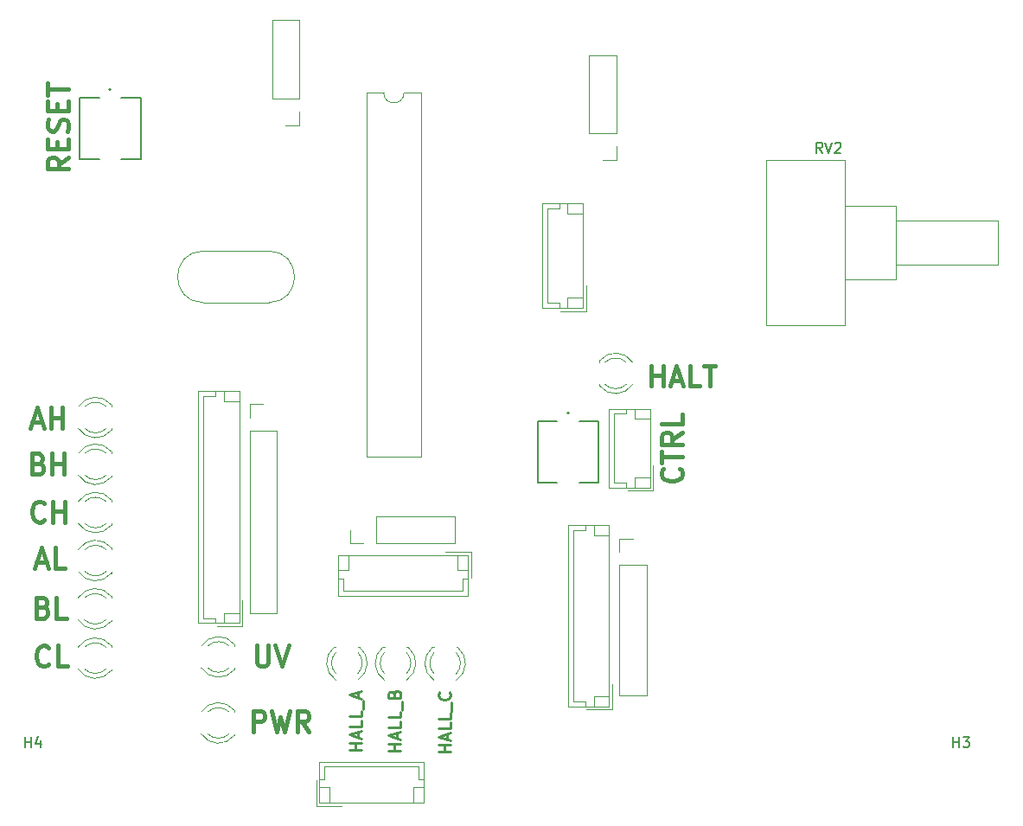
<source format=gbr>
%TF.GenerationSoftware,KiCad,Pcbnew,9.0.0*%
%TF.CreationDate,2025-06-16T14:41:11+03:00*%
%TF.ProjectId,ThorDrive_HW,54686f72-4472-4697-9665-5f48572e6b69,rev?*%
%TF.SameCoordinates,PX16c095cPY63de680*%
%TF.FileFunction,Legend,Top*%
%TF.FilePolarity,Positive*%
%FSLAX46Y46*%
G04 Gerber Fmt 4.6, Leading zero omitted, Abs format (unit mm)*
G04 Created by KiCad (PCBNEW 9.0.0) date 2025-06-16 14:41:11*
%MOMM*%
%LPD*%
G01*
G04 APERTURE LIST*
%ADD10C,0.400000*%
%ADD11C,0.150000*%
%ADD12C,0.240000*%
%ADD13C,0.120000*%
%ADD14C,0.127000*%
%ADD15C,0.200000*%
G04 APERTURE END LIST*
D10*
X67313961Y34807619D02*
X67409200Y34712381D01*
X67409200Y34712381D02*
X67504438Y34426667D01*
X67504438Y34426667D02*
X67504438Y34236191D01*
X67504438Y34236191D02*
X67409200Y33950476D01*
X67409200Y33950476D02*
X67218723Y33760000D01*
X67218723Y33760000D02*
X67028247Y33664762D01*
X67028247Y33664762D02*
X66647295Y33569524D01*
X66647295Y33569524D02*
X66361580Y33569524D01*
X66361580Y33569524D02*
X65980628Y33664762D01*
X65980628Y33664762D02*
X65790152Y33760000D01*
X65790152Y33760000D02*
X65599676Y33950476D01*
X65599676Y33950476D02*
X65504438Y34236191D01*
X65504438Y34236191D02*
X65504438Y34426667D01*
X65504438Y34426667D02*
X65599676Y34712381D01*
X65599676Y34712381D02*
X65694914Y34807619D01*
X65504438Y35379048D02*
X65504438Y36521905D01*
X67504438Y35950476D02*
X65504438Y35950476D01*
X67504438Y38331429D02*
X66552057Y37664762D01*
X67504438Y37188572D02*
X65504438Y37188572D01*
X65504438Y37188572D02*
X65504438Y37950477D01*
X65504438Y37950477D02*
X65599676Y38140953D01*
X65599676Y38140953D02*
X65694914Y38236191D01*
X65694914Y38236191D02*
X65885390Y38331429D01*
X65885390Y38331429D02*
X66171104Y38331429D01*
X66171104Y38331429D02*
X66361580Y38236191D01*
X66361580Y38236191D02*
X66456819Y38140953D01*
X66456819Y38140953D02*
X66552057Y37950477D01*
X66552057Y37950477D02*
X66552057Y37188572D01*
X67504438Y40140953D02*
X67504438Y39188572D01*
X67504438Y39188572D02*
X65504438Y39188572D01*
D11*
X3188095Y7555181D02*
X3188095Y8555181D01*
X3188095Y8078991D02*
X3759523Y8078991D01*
X3759523Y7555181D02*
X3759523Y8555181D01*
X4664285Y8221848D02*
X4664285Y7555181D01*
X4426190Y8602800D02*
X4188095Y7888515D01*
X4188095Y7888515D02*
X4807142Y7888515D01*
X94063095Y7530181D02*
X94063095Y8530181D01*
X94063095Y8053991D02*
X94634523Y8053991D01*
X94634523Y7530181D02*
X94634523Y8530181D01*
X95015476Y8530181D02*
X95634523Y8530181D01*
X95634523Y8530181D02*
X95301190Y8149229D01*
X95301190Y8149229D02*
X95444047Y8149229D01*
X95444047Y8149229D02*
X95539285Y8101610D01*
X95539285Y8101610D02*
X95586904Y8053991D01*
X95586904Y8053991D02*
X95634523Y7958753D01*
X95634523Y7958753D02*
X95634523Y7720658D01*
X95634523Y7720658D02*
X95586904Y7625420D01*
X95586904Y7625420D02*
X95539285Y7577800D01*
X95539285Y7577800D02*
X95444047Y7530181D01*
X95444047Y7530181D02*
X95158333Y7530181D01*
X95158333Y7530181D02*
X95063095Y7577800D01*
X95063095Y7577800D02*
X95015476Y7625420D01*
D10*
X3876190Y39351991D02*
X4828571Y39351991D01*
X3685714Y38780562D02*
X4352380Y40780562D01*
X4352380Y40780562D02*
X5019047Y38780562D01*
X5685714Y38780562D02*
X5685714Y40780562D01*
X5685714Y39828181D02*
X6828571Y39828181D01*
X6828571Y38780562D02*
X6828571Y40780562D01*
X64499999Y42880562D02*
X64499999Y44880562D01*
X64499999Y43928181D02*
X65642856Y43928181D01*
X65642856Y42880562D02*
X65642856Y44880562D01*
X66499999Y43451991D02*
X67452380Y43451991D01*
X66309523Y42880562D02*
X66976189Y44880562D01*
X66976189Y44880562D02*
X67642856Y42880562D01*
X69261904Y42880562D02*
X68309523Y42880562D01*
X68309523Y42880562D02*
X68309523Y44880562D01*
X69642857Y44880562D02*
X70785714Y44880562D01*
X70214285Y42880562D02*
X70214285Y44880562D01*
D11*
X81254761Y65730181D02*
X80921428Y66206372D01*
X80683333Y65730181D02*
X80683333Y66730181D01*
X80683333Y66730181D02*
X81064285Y66730181D01*
X81064285Y66730181D02*
X81159523Y66682562D01*
X81159523Y66682562D02*
X81207142Y66634943D01*
X81207142Y66634943D02*
X81254761Y66539705D01*
X81254761Y66539705D02*
X81254761Y66396848D01*
X81254761Y66396848D02*
X81207142Y66301610D01*
X81207142Y66301610D02*
X81159523Y66253991D01*
X81159523Y66253991D02*
X81064285Y66206372D01*
X81064285Y66206372D02*
X80683333Y66206372D01*
X81540476Y66730181D02*
X81873809Y65730181D01*
X81873809Y65730181D02*
X82207142Y66730181D01*
X82492857Y66634943D02*
X82540476Y66682562D01*
X82540476Y66682562D02*
X82635714Y66730181D01*
X82635714Y66730181D02*
X82873809Y66730181D01*
X82873809Y66730181D02*
X82969047Y66682562D01*
X82969047Y66682562D02*
X83016666Y66634943D01*
X83016666Y66634943D02*
X83064285Y66539705D01*
X83064285Y66539705D02*
X83064285Y66444467D01*
X83064285Y66444467D02*
X83016666Y66301610D01*
X83016666Y66301610D02*
X82445238Y65730181D01*
X82445238Y65730181D02*
X83064285Y65730181D01*
D10*
X25871428Y17480562D02*
X25871428Y15861515D01*
X25871428Y15861515D02*
X25966666Y15671039D01*
X25966666Y15671039D02*
X26061904Y15575800D01*
X26061904Y15575800D02*
X26252380Y15480562D01*
X26252380Y15480562D02*
X26633333Y15480562D01*
X26633333Y15480562D02*
X26823809Y15575800D01*
X26823809Y15575800D02*
X26919047Y15671039D01*
X26919047Y15671039D02*
X27014285Y15861515D01*
X27014285Y15861515D02*
X27014285Y17480562D01*
X27680952Y17480562D02*
X28347618Y15480562D01*
X28347618Y15480562D02*
X29014285Y17480562D01*
X4933333Y21228181D02*
X5219047Y21132943D01*
X5219047Y21132943D02*
X5314285Y21037705D01*
X5314285Y21037705D02*
X5409523Y20847229D01*
X5409523Y20847229D02*
X5409523Y20561515D01*
X5409523Y20561515D02*
X5314285Y20371039D01*
X5314285Y20371039D02*
X5219047Y20275800D01*
X5219047Y20275800D02*
X5028571Y20180562D01*
X5028571Y20180562D02*
X4266666Y20180562D01*
X4266666Y20180562D02*
X4266666Y22180562D01*
X4266666Y22180562D02*
X4933333Y22180562D01*
X4933333Y22180562D02*
X5123809Y22085324D01*
X5123809Y22085324D02*
X5219047Y21990086D01*
X5219047Y21990086D02*
X5314285Y21799610D01*
X5314285Y21799610D02*
X5314285Y21609134D01*
X5314285Y21609134D02*
X5219047Y21418658D01*
X5219047Y21418658D02*
X5123809Y21323420D01*
X5123809Y21323420D02*
X4933333Y21228181D01*
X4933333Y21228181D02*
X4266666Y21228181D01*
X7219047Y20180562D02*
X6266666Y20180562D01*
X6266666Y20180562D02*
X6266666Y22180562D01*
X5071428Y29771039D02*
X4976190Y29675800D01*
X4976190Y29675800D02*
X4690476Y29580562D01*
X4690476Y29580562D02*
X4500000Y29580562D01*
X4500000Y29580562D02*
X4214285Y29675800D01*
X4214285Y29675800D02*
X4023809Y29866277D01*
X4023809Y29866277D02*
X3928571Y30056753D01*
X3928571Y30056753D02*
X3833333Y30437705D01*
X3833333Y30437705D02*
X3833333Y30723420D01*
X3833333Y30723420D02*
X3928571Y31104372D01*
X3928571Y31104372D02*
X4023809Y31294848D01*
X4023809Y31294848D02*
X4214285Y31485324D01*
X4214285Y31485324D02*
X4500000Y31580562D01*
X4500000Y31580562D02*
X4690476Y31580562D01*
X4690476Y31580562D02*
X4976190Y31485324D01*
X4976190Y31485324D02*
X5071428Y31390086D01*
X5928571Y29580562D02*
X5928571Y31580562D01*
X5928571Y30628181D02*
X7071428Y30628181D01*
X7071428Y29580562D02*
X7071428Y31580562D01*
X4495238Y35328181D02*
X4780952Y35232943D01*
X4780952Y35232943D02*
X4876190Y35137705D01*
X4876190Y35137705D02*
X4971428Y34947229D01*
X4971428Y34947229D02*
X4971428Y34661515D01*
X4971428Y34661515D02*
X4876190Y34471039D01*
X4876190Y34471039D02*
X4780952Y34375800D01*
X4780952Y34375800D02*
X4590476Y34280562D01*
X4590476Y34280562D02*
X3828571Y34280562D01*
X3828571Y34280562D02*
X3828571Y36280562D01*
X3828571Y36280562D02*
X4495238Y36280562D01*
X4495238Y36280562D02*
X4685714Y36185324D01*
X4685714Y36185324D02*
X4780952Y36090086D01*
X4780952Y36090086D02*
X4876190Y35899610D01*
X4876190Y35899610D02*
X4876190Y35709134D01*
X4876190Y35709134D02*
X4780952Y35518658D01*
X4780952Y35518658D02*
X4685714Y35423420D01*
X4685714Y35423420D02*
X4495238Y35328181D01*
X4495238Y35328181D02*
X3828571Y35328181D01*
X5828571Y34280562D02*
X5828571Y36280562D01*
X5828571Y35328181D02*
X6971428Y35328181D01*
X6971428Y34280562D02*
X6971428Y36280562D01*
X4314285Y25651991D02*
X5266666Y25651991D01*
X4123809Y25080562D02*
X4790475Y27080562D01*
X4790475Y27080562D02*
X5457142Y25080562D01*
X7076190Y25080562D02*
X6123809Y25080562D01*
X6123809Y25080562D02*
X6123809Y27080562D01*
X5509523Y15671039D02*
X5414285Y15575800D01*
X5414285Y15575800D02*
X5128571Y15480562D01*
X5128571Y15480562D02*
X4938095Y15480562D01*
X4938095Y15480562D02*
X4652380Y15575800D01*
X4652380Y15575800D02*
X4461904Y15766277D01*
X4461904Y15766277D02*
X4366666Y15956753D01*
X4366666Y15956753D02*
X4271428Y16337705D01*
X4271428Y16337705D02*
X4271428Y16623420D01*
X4271428Y16623420D02*
X4366666Y17004372D01*
X4366666Y17004372D02*
X4461904Y17194848D01*
X4461904Y17194848D02*
X4652380Y17385324D01*
X4652380Y17385324D02*
X4938095Y17480562D01*
X4938095Y17480562D02*
X5128571Y17480562D01*
X5128571Y17480562D02*
X5414285Y17385324D01*
X5414285Y17385324D02*
X5509523Y17290086D01*
X7319047Y15480562D02*
X6366666Y15480562D01*
X6366666Y15480562D02*
X6366666Y17480562D01*
X7404438Y65280238D02*
X6452057Y64613571D01*
X7404438Y64137381D02*
X5404438Y64137381D01*
X5404438Y64137381D02*
X5404438Y64899286D01*
X5404438Y64899286D02*
X5499676Y65089762D01*
X5499676Y65089762D02*
X5594914Y65185000D01*
X5594914Y65185000D02*
X5785390Y65280238D01*
X5785390Y65280238D02*
X6071104Y65280238D01*
X6071104Y65280238D02*
X6261580Y65185000D01*
X6261580Y65185000D02*
X6356819Y65089762D01*
X6356819Y65089762D02*
X6452057Y64899286D01*
X6452057Y64899286D02*
X6452057Y64137381D01*
X6356819Y66137381D02*
X6356819Y66804048D01*
X7404438Y67089762D02*
X7404438Y66137381D01*
X7404438Y66137381D02*
X5404438Y66137381D01*
X5404438Y66137381D02*
X5404438Y67089762D01*
X7309200Y67851667D02*
X7404438Y68137381D01*
X7404438Y68137381D02*
X7404438Y68613572D01*
X7404438Y68613572D02*
X7309200Y68804048D01*
X7309200Y68804048D02*
X7213961Y68899286D01*
X7213961Y68899286D02*
X7023485Y68994524D01*
X7023485Y68994524D02*
X6833009Y68994524D01*
X6833009Y68994524D02*
X6642533Y68899286D01*
X6642533Y68899286D02*
X6547295Y68804048D01*
X6547295Y68804048D02*
X6452057Y68613572D01*
X6452057Y68613572D02*
X6356819Y68232619D01*
X6356819Y68232619D02*
X6261580Y68042143D01*
X6261580Y68042143D02*
X6166342Y67946905D01*
X6166342Y67946905D02*
X5975866Y67851667D01*
X5975866Y67851667D02*
X5785390Y67851667D01*
X5785390Y67851667D02*
X5594914Y67946905D01*
X5594914Y67946905D02*
X5499676Y68042143D01*
X5499676Y68042143D02*
X5404438Y68232619D01*
X5404438Y68232619D02*
X5404438Y68708810D01*
X5404438Y68708810D02*
X5499676Y68994524D01*
X6356819Y69851667D02*
X6356819Y70518334D01*
X7404438Y70804048D02*
X7404438Y69851667D01*
X7404438Y69851667D02*
X5404438Y69851667D01*
X5404438Y69851667D02*
X5404438Y70804048D01*
X5404438Y71375477D02*
X5404438Y72518334D01*
X7404438Y71946905D02*
X5404438Y71946905D01*
X25533333Y9080562D02*
X25533333Y11080562D01*
X25533333Y11080562D02*
X26295238Y11080562D01*
X26295238Y11080562D02*
X26485714Y10985324D01*
X26485714Y10985324D02*
X26580952Y10890086D01*
X26580952Y10890086D02*
X26676190Y10699610D01*
X26676190Y10699610D02*
X26676190Y10413896D01*
X26676190Y10413896D02*
X26580952Y10223420D01*
X26580952Y10223420D02*
X26485714Y10128181D01*
X26485714Y10128181D02*
X26295238Y10032943D01*
X26295238Y10032943D02*
X25533333Y10032943D01*
X27342857Y11080562D02*
X27819047Y9080562D01*
X27819047Y9080562D02*
X28200000Y10509134D01*
X28200000Y10509134D02*
X28580952Y9080562D01*
X28580952Y9080562D02*
X29057143Y11080562D01*
X30961904Y9080562D02*
X30295237Y10032943D01*
X29819047Y9080562D02*
X29819047Y11080562D01*
X29819047Y11080562D02*
X30580952Y11080562D01*
X30580952Y11080562D02*
X30771428Y10985324D01*
X30771428Y10985324D02*
X30866666Y10890086D01*
X30866666Y10890086D02*
X30961904Y10699610D01*
X30961904Y10699610D02*
X30961904Y10413896D01*
X30961904Y10413896D02*
X30866666Y10223420D01*
X30866666Y10223420D02*
X30771428Y10128181D01*
X30771428Y10128181D02*
X30580952Y10032943D01*
X30580952Y10032943D02*
X29819047Y10032943D01*
D12*
X39942662Y7199286D02*
X38742662Y7199286D01*
X39314091Y7199286D02*
X39314091Y7885000D01*
X39942662Y7885000D02*
X38742662Y7885000D01*
X39599805Y8399286D02*
X39599805Y8970714D01*
X39942662Y8285000D02*
X38742662Y8685000D01*
X38742662Y8685000D02*
X39942662Y9085000D01*
X39942662Y10056428D02*
X39942662Y9485000D01*
X39942662Y9485000D02*
X38742662Y9485000D01*
X39942662Y11027857D02*
X39942662Y10456429D01*
X39942662Y10456429D02*
X38742662Y10456429D01*
X40056948Y11142143D02*
X40056948Y12056429D01*
X39314091Y12742144D02*
X39371234Y12913572D01*
X39371234Y12913572D02*
X39428377Y12970715D01*
X39428377Y12970715D02*
X39542662Y13027858D01*
X39542662Y13027858D02*
X39714091Y13027858D01*
X39714091Y13027858D02*
X39828377Y12970715D01*
X39828377Y12970715D02*
X39885520Y12913572D01*
X39885520Y12913572D02*
X39942662Y12799287D01*
X39942662Y12799287D02*
X39942662Y12342144D01*
X39942662Y12342144D02*
X38742662Y12342144D01*
X38742662Y12342144D02*
X38742662Y12742144D01*
X38742662Y12742144D02*
X38799805Y12856429D01*
X38799805Y12856429D02*
X38856948Y12913572D01*
X38856948Y12913572D02*
X38971234Y12970715D01*
X38971234Y12970715D02*
X39085520Y12970715D01*
X39085520Y12970715D02*
X39199805Y12913572D01*
X39199805Y12913572D02*
X39256948Y12856429D01*
X39256948Y12856429D02*
X39314091Y12742144D01*
X39314091Y12742144D02*
X39314091Y12342144D01*
X44842662Y7099286D02*
X43642662Y7099286D01*
X44214091Y7099286D02*
X44214091Y7785000D01*
X44842662Y7785000D02*
X43642662Y7785000D01*
X44499805Y8299286D02*
X44499805Y8870714D01*
X44842662Y8185000D02*
X43642662Y8585000D01*
X43642662Y8585000D02*
X44842662Y8985000D01*
X44842662Y9956428D02*
X44842662Y9385000D01*
X44842662Y9385000D02*
X43642662Y9385000D01*
X44842662Y10927857D02*
X44842662Y10356429D01*
X44842662Y10356429D02*
X43642662Y10356429D01*
X44956948Y11042143D02*
X44956948Y11956429D01*
X44728377Y12927858D02*
X44785520Y12870715D01*
X44785520Y12870715D02*
X44842662Y12699287D01*
X44842662Y12699287D02*
X44842662Y12585001D01*
X44842662Y12585001D02*
X44785520Y12413572D01*
X44785520Y12413572D02*
X44671234Y12299287D01*
X44671234Y12299287D02*
X44556948Y12242144D01*
X44556948Y12242144D02*
X44328377Y12185001D01*
X44328377Y12185001D02*
X44156948Y12185001D01*
X44156948Y12185001D02*
X43928377Y12242144D01*
X43928377Y12242144D02*
X43814091Y12299287D01*
X43814091Y12299287D02*
X43699805Y12413572D01*
X43699805Y12413572D02*
X43642662Y12585001D01*
X43642662Y12585001D02*
X43642662Y12699287D01*
X43642662Y12699287D02*
X43699805Y12870715D01*
X43699805Y12870715D02*
X43756948Y12927858D01*
X36142662Y7285001D02*
X34942662Y7285001D01*
X35514091Y7285001D02*
X35514091Y7970715D01*
X36142662Y7970715D02*
X34942662Y7970715D01*
X35799805Y8485001D02*
X35799805Y9056429D01*
X36142662Y8370715D02*
X34942662Y8770715D01*
X34942662Y8770715D02*
X36142662Y9170715D01*
X36142662Y10142143D02*
X36142662Y9570715D01*
X36142662Y9570715D02*
X34942662Y9570715D01*
X36142662Y11113572D02*
X36142662Y10542144D01*
X36142662Y10542144D02*
X34942662Y10542144D01*
X36256948Y11227858D02*
X36256948Y12142144D01*
X35799805Y12370716D02*
X35799805Y12942144D01*
X36142662Y12256430D02*
X34942662Y12656430D01*
X34942662Y12656430D02*
X36142662Y13056430D01*
D13*
%TO.C,J13*%
X62160000Y32650000D02*
X64660000Y32650000D01*
X64660000Y32650000D02*
X64660000Y35150000D01*
X60340000Y32950000D02*
X64360000Y32950000D01*
X62050000Y32950000D02*
X62050000Y33450000D01*
X62860000Y32950000D02*
X62860000Y33950000D01*
X64360000Y32950000D02*
X64360000Y40670000D01*
X60840000Y33450000D02*
X60840000Y40170000D01*
X62050000Y33450000D02*
X60840000Y33450000D01*
X62860000Y33950000D02*
X64360000Y33950000D01*
X62860000Y39670000D02*
X64360000Y39670000D01*
X60840000Y40170000D02*
X62050000Y40170000D01*
X62050000Y40170000D02*
X62050000Y40670000D01*
X60340000Y40670000D02*
X60340000Y32950000D01*
X62860000Y40670000D02*
X62860000Y39670000D01*
X64360000Y40670000D02*
X60340000Y40670000D01*
D14*
%TO.C,SW3*%
X59350000Y39449500D02*
X59350000Y33449500D01*
X57425000Y39449500D02*
X59350000Y39449500D01*
X53350000Y39449500D02*
X55275000Y39449500D01*
X59350000Y33449500D02*
X57425000Y33449500D01*
X55275000Y33449500D02*
X53350000Y33449500D01*
X53350000Y33449500D02*
X53350000Y39449500D01*
D15*
X56450000Y40249500D02*
G75*
G02*
X56250000Y40249500I-100000J0D01*
G01*
X56250000Y40249500D02*
G75*
G02*
X56450000Y40249500I100000J0D01*
G01*
D13*
%TO.C,J4*%
X21952500Y19385000D02*
X24452500Y19385000D01*
X24452500Y19385000D02*
X24452500Y21885000D01*
X20132500Y19685000D02*
X24152500Y19685000D01*
X21842500Y19685000D02*
X21842500Y20185000D01*
X22652500Y19685000D02*
X22652500Y20685000D01*
X24152500Y19685000D02*
X24152500Y42405000D01*
X20632500Y20185000D02*
X20632500Y41905000D01*
X21842500Y20185000D02*
X20632500Y20185000D01*
X22652500Y20685000D02*
X24152500Y20685000D01*
X22652500Y41405000D02*
X24152500Y41405000D01*
X20632500Y41905000D02*
X21842500Y41905000D01*
X21842500Y41905000D02*
X21842500Y42405000D01*
X20132500Y42405000D02*
X20132500Y19685000D01*
X22652500Y42405000D02*
X22652500Y41405000D01*
X24152500Y42405000D02*
X20132500Y42405000D01*
%TO.C,D7*%
X11640000Y38574000D02*
X11640000Y38730000D01*
X11640000Y40890000D02*
X11640000Y41046000D01*
X11640000Y38574484D02*
G75*
G02*
X8408603Y38729939I-1560000J1235516D01*
G01*
X11120961Y38730000D02*
G75*
G02*
X9039090Y38729951I-1040961J1080000D01*
G01*
X9039090Y40890049D02*
G75*
G02*
X11120961Y40890000I1040910J-1080049D01*
G01*
X8408603Y40890061D02*
G75*
G02*
X11640000Y41045516I1671397J-1080061D01*
G01*
%TO.C,D1*%
X62671397Y43054939D02*
G75*
G02*
X59440000Y42899484I-1671397J1080061D01*
G01*
X62040910Y43054951D02*
G75*
G02*
X59959039Y43055000I-1040910J1080049D01*
G01*
X59959039Y45215000D02*
G75*
G02*
X62040910Y45215049I1040961J-1080000D01*
G01*
X59440000Y45370516D02*
G75*
G02*
X62671397Y45215061I1560000J-1235516D01*
G01*
X59440000Y43055000D02*
X59440000Y42899000D01*
X59440000Y45371000D02*
X59440000Y45215000D01*
%TO.C,J10*%
X57810000Y60745000D02*
X53790000Y60745000D01*
X56310000Y60745000D02*
X56310000Y59745000D01*
X53790000Y60745000D02*
X53790000Y50525000D01*
X55500000Y60245000D02*
X55500000Y60745000D01*
X54290000Y60245000D02*
X55500000Y60245000D01*
X56310000Y59745000D02*
X57810000Y59745000D01*
X56310000Y51525000D02*
X57810000Y51525000D01*
X55500000Y51025000D02*
X54290000Y51025000D01*
X54290000Y51025000D02*
X54290000Y60245000D01*
X57810000Y50525000D02*
X57810000Y60745000D01*
X56310000Y50525000D02*
X56310000Y51525000D01*
X55500000Y50525000D02*
X55500000Y51025000D01*
X53790000Y50525000D02*
X57810000Y50525000D01*
X58110000Y50225000D02*
X58110000Y52725000D01*
X55610000Y50225000D02*
X58110000Y50225000D01*
%TO.C,RV2*%
X98470000Y59055000D02*
X98470000Y54815000D01*
X88470000Y54815000D02*
X98470000Y54815000D01*
X88470000Y59055000D02*
X98470000Y59055000D01*
X88470000Y59055000D02*
X88470000Y54815000D01*
X88470000Y60555000D02*
X88470000Y53315000D01*
X83470000Y53315000D02*
X88470000Y53315000D01*
X83470000Y60555000D02*
X88470000Y60555000D01*
X83470000Y60555000D02*
X83470000Y53315000D01*
X83470000Y65055000D02*
X83470000Y48815000D01*
X75730000Y48815000D02*
X83470000Y48815000D01*
X75730000Y65055000D02*
X83470000Y65055000D01*
X75730000Y65055000D02*
X75730000Y48815000D01*
%TO.C,J2*%
X60352500Y29255000D02*
X56332500Y29255000D01*
X58852500Y29255000D02*
X58852500Y28255000D01*
X56332500Y29255000D02*
X56332500Y11535000D01*
X58042500Y28755000D02*
X58042500Y29255000D01*
X56832500Y28755000D02*
X58042500Y28755000D01*
X58852500Y28255000D02*
X60352500Y28255000D01*
X58852500Y12535000D02*
X60352500Y12535000D01*
X58042500Y12035000D02*
X56832500Y12035000D01*
X56832500Y12035000D02*
X56832500Y28755000D01*
X60352500Y11535000D02*
X60352500Y29255000D01*
X58852500Y11535000D02*
X58852500Y12535000D01*
X58042500Y11535000D02*
X58042500Y12035000D01*
X56332500Y11535000D02*
X60352500Y11535000D01*
X60652500Y11235000D02*
X60652500Y13735000D01*
X58152500Y11235000D02*
X60652500Y11235000D01*
%TO.C,J7*%
X64025000Y25375000D02*
X64025000Y12615000D01*
X61365000Y12615000D02*
X64025000Y12615000D01*
X61365000Y25375000D02*
X64025000Y25375000D01*
X61365000Y25375000D02*
X61365000Y12615000D01*
X61365000Y26645000D02*
X61365000Y27975000D01*
X61365000Y27975000D02*
X62695000Y27975000D01*
%TO.C,J9*%
X30030000Y68415000D02*
X28700000Y68415000D01*
X30030000Y69745000D02*
X30030000Y68415000D01*
X30030000Y71015000D02*
X30030000Y78695000D01*
X30030000Y71015000D02*
X27370000Y71015000D01*
X30030000Y78695000D02*
X27370000Y78695000D01*
X27370000Y71015000D02*
X27370000Y78695000D01*
%TO.C,D6*%
X23680000Y15139000D02*
X23680000Y15295000D01*
X23680000Y17455000D02*
X23680000Y17611000D01*
X23680000Y15139484D02*
G75*
G02*
X20448603Y15294939I-1560000J1235516D01*
G01*
X23160961Y15295000D02*
G75*
G02*
X21079090Y15294951I-1040961J1080000D01*
G01*
X21079090Y17455049D02*
G75*
G02*
X23160961Y17455000I1040910J-1080049D01*
G01*
X20448603Y17455061D02*
G75*
G02*
X23680000Y17610516I1671397J-1080061D01*
G01*
%TO.C,D11*%
X8378603Y22165061D02*
G75*
G02*
X11610000Y22320516I1671397J-1080061D01*
G01*
X9009090Y22165049D02*
G75*
G02*
X11090961Y22165000I1040910J-1080049D01*
G01*
X11090961Y20005000D02*
G75*
G02*
X9009090Y20004951I-1040961J1080000D01*
G01*
X11610000Y19849484D02*
G75*
G02*
X8378603Y20004939I-1560000J1235516D01*
G01*
X11610000Y22165000D02*
X11610000Y22321000D01*
X11610000Y19849000D02*
X11610000Y20005000D01*
%TO.C,D9*%
X8403603Y31590061D02*
G75*
G02*
X11635000Y31745516I1671397J-1080061D01*
G01*
X9034090Y31590049D02*
G75*
G02*
X11115961Y31590000I1040910J-1080049D01*
G01*
X11115961Y29430000D02*
G75*
G02*
X9034090Y29429951I-1040961J1080000D01*
G01*
X11635000Y29274484D02*
G75*
G02*
X8403603Y29429939I-1560000J1235516D01*
G01*
X11635000Y31590000D02*
X11635000Y31746000D01*
X11635000Y29274000D02*
X11635000Y29430000D01*
%TO.C,D8*%
X8408603Y36315061D02*
G75*
G02*
X11640000Y36470516I1671397J-1080061D01*
G01*
X9039090Y36315049D02*
G75*
G02*
X11120961Y36315000I1040910J-1080049D01*
G01*
X11120961Y34155000D02*
G75*
G02*
X9039090Y34154951I-1040961J1080000D01*
G01*
X11640000Y33999484D02*
G75*
G02*
X8408603Y34154939I-1560000J1235516D01*
G01*
X11640000Y36315000D02*
X11640000Y36471000D01*
X11640000Y33999000D02*
X11640000Y34155000D01*
%TO.C,D10*%
X8408603Y26890061D02*
G75*
G02*
X11640000Y27045516I1671397J-1080061D01*
G01*
X9039090Y26890049D02*
G75*
G02*
X11120961Y26890000I1040910J-1080049D01*
G01*
X11120961Y24730000D02*
G75*
G02*
X9039090Y24729951I-1040961J1080000D01*
G01*
X11640000Y24574484D02*
G75*
G02*
X8408603Y24729939I-1560000J1235516D01*
G01*
X11640000Y26890000D02*
X11640000Y27046000D01*
X11640000Y24574000D02*
X11640000Y24730000D01*
%TO.C,J5*%
X27830000Y38515000D02*
X27830000Y20675000D01*
X25170000Y20675000D02*
X27830000Y20675000D01*
X25170000Y38515000D02*
X27830000Y38515000D01*
X25170000Y38515000D02*
X25170000Y20675000D01*
X25170000Y39785000D02*
X25170000Y41115000D01*
X25170000Y41115000D02*
X26500000Y41115000D01*
%TO.C,D12*%
X8383603Y17340061D02*
G75*
G02*
X11615000Y17495516I1671397J-1080061D01*
G01*
X9014090Y17340049D02*
G75*
G02*
X11095961Y17340000I1040910J-1080049D01*
G01*
X11095961Y15180000D02*
G75*
G02*
X9014090Y15179951I-1040961J1080000D01*
G01*
X11615000Y15024484D02*
G75*
G02*
X8383603Y15179939I-1560000J1235516D01*
G01*
X11615000Y17340000D02*
X11615000Y17496000D01*
X11615000Y15024000D02*
X11615000Y15180000D01*
%TO.C,Y2*%
X20640000Y56110000D02*
X27040000Y56110000D01*
X20640000Y51060000D02*
X27040000Y51060000D01*
X20640000Y51060000D02*
G75*
G02*
X20640000Y56110000I0J2525000D01*
G01*
X27040000Y56110000D02*
G75*
G02*
X27040000Y51060000I0J-2525000D01*
G01*
%TO.C,U1*%
X36640000Y71615000D02*
X36640000Y35935000D01*
X36640000Y35935000D02*
X41940000Y35935000D01*
X38290000Y71615000D02*
X36640000Y71615000D01*
X41940000Y71615000D02*
X40290000Y71615000D01*
X41940000Y35935000D02*
X41940000Y71615000D01*
X40290000Y71615000D02*
G75*
G02*
X38290000Y71615000I-1000000J0D01*
G01*
D14*
%TO.C,SW1*%
X14500000Y71115000D02*
X14500000Y65115000D01*
X12575000Y71115000D02*
X14500000Y71115000D01*
X8500000Y71115000D02*
X10425000Y71115000D01*
X14500000Y65115000D02*
X12575000Y65115000D01*
X10425000Y65115000D02*
X8500000Y65115000D01*
X8500000Y65115000D02*
X8500000Y71115000D01*
D15*
X11600000Y71915000D02*
G75*
G02*
X11400000Y71915000I-100000J0D01*
G01*
X11400000Y71915000D02*
G75*
G02*
X11600000Y71915000I100000J0D01*
G01*
D13*
%TO.C,J8*%
X61080000Y65015000D02*
X59750000Y65015000D01*
X61080000Y66345000D02*
X61080000Y65015000D01*
X61080000Y67615000D02*
X61080000Y75295000D01*
X61080000Y67615000D02*
X58420000Y67615000D01*
X61080000Y75295000D02*
X58420000Y75295000D01*
X58420000Y67615000D02*
X58420000Y75295000D01*
%TO.C,J6*%
X34987500Y27490000D02*
X34987500Y28820000D01*
X36317500Y27490000D02*
X34987500Y27490000D01*
X37587500Y27490000D02*
X45267500Y27490000D01*
X37587500Y27490000D02*
X37587500Y30150000D01*
X45267500Y27490000D02*
X45267500Y30150000D01*
X37587500Y30150000D02*
X45267500Y30150000D01*
%TO.C,J3*%
X31682500Y4310000D02*
X31682500Y1810000D01*
X31682500Y1810000D02*
X34182500Y1810000D01*
X31982500Y6130000D02*
X31982500Y2110000D01*
X31982500Y4420000D02*
X32482500Y4420000D01*
X31982500Y3610000D02*
X32982500Y3610000D01*
X31982500Y2110000D02*
X42202500Y2110000D01*
X32482500Y5630000D02*
X41702500Y5630000D01*
X32482500Y4420000D02*
X32482500Y5630000D01*
X32982500Y3610000D02*
X32982500Y2110000D01*
X41202500Y3610000D02*
X41202500Y2110000D01*
X41702500Y5630000D02*
X41702500Y4420000D01*
X41702500Y4420000D02*
X42202500Y4420000D01*
X42202500Y6130000D02*
X31982500Y6130000D01*
X42202500Y3610000D02*
X41202500Y3610000D01*
X42202500Y2110000D02*
X42202500Y6130000D01*
%TO.C,J1*%
X46852500Y24155000D02*
X46852500Y26655000D01*
X46852500Y26655000D02*
X44352500Y26655000D01*
X46552500Y22335000D02*
X46552500Y26355000D01*
X46552500Y24045000D02*
X46052500Y24045000D01*
X46552500Y24855000D02*
X45552500Y24855000D01*
X46552500Y26355000D02*
X33832500Y26355000D01*
X46052500Y22835000D02*
X34332500Y22835000D01*
X46052500Y24045000D02*
X46052500Y22835000D01*
X45552500Y24855000D02*
X45552500Y26355000D01*
X34832500Y24855000D02*
X34832500Y26355000D01*
X34332500Y22835000D02*
X34332500Y24045000D01*
X34332500Y24045000D02*
X33832500Y24045000D01*
X33832500Y22335000D02*
X46552500Y22335000D01*
X33832500Y24855000D02*
X34832500Y24855000D01*
X33832500Y26355000D02*
X33832500Y22335000D01*
%TO.C,D5*%
X23670000Y8679000D02*
X23670000Y8835000D01*
X23670000Y10995000D02*
X23670000Y11151000D01*
X23670000Y8679484D02*
G75*
G02*
X20438603Y8834939I-1560000J1235516D01*
G01*
X23150961Y8835000D02*
G75*
G02*
X21069090Y8834951I-1040961J1080000D01*
G01*
X21069090Y10995049D02*
G75*
G02*
X23150961Y10995000I1040910J-1080049D01*
G01*
X20438603Y10995061D02*
G75*
G02*
X23670000Y11150516I1671397J-1080061D01*
G01*
%TO.C,D4*%
X40686000Y17335000D02*
X40530000Y17335000D01*
X38370000Y17335000D02*
X38214000Y17335000D01*
X40685516Y17335000D02*
G75*
G02*
X40530061Y14103603I-1235516J-1560000D01*
G01*
X40530000Y16815961D02*
G75*
G02*
X40530049Y14734090I-1080000J-1040961D01*
G01*
X38369951Y14734090D02*
G75*
G02*
X38370000Y16815961I1080049J1040910D01*
G01*
X38369939Y14103603D02*
G75*
G02*
X38214484Y17335000I1080061J1671397D01*
G01*
%TO.C,D3*%
X45546000Y17315000D02*
X45390000Y17315000D01*
X43230000Y17315000D02*
X43074000Y17315000D01*
X45545516Y17315000D02*
G75*
G02*
X45390061Y14083603I-1235516J-1560000D01*
G01*
X45390000Y16795961D02*
G75*
G02*
X45390049Y14714090I-1080000J-1040961D01*
G01*
X43229951Y14714090D02*
G75*
G02*
X43230000Y16795961I1080049J1040910D01*
G01*
X43229939Y14083603D02*
G75*
G02*
X43074484Y17315000I1080061J1671397D01*
G01*
%TO.C,D2*%
X35926000Y17345000D02*
X35770000Y17345000D01*
X33610000Y17345000D02*
X33454000Y17345000D01*
X35925516Y17345000D02*
G75*
G02*
X35770061Y14113603I-1235516J-1560000D01*
G01*
X35770000Y16825961D02*
G75*
G02*
X35770049Y14744090I-1080000J-1040961D01*
G01*
X33609951Y14744090D02*
G75*
G02*
X33610000Y16825961I1080049J1040910D01*
G01*
X33609939Y14113603D02*
G75*
G02*
X33454484Y17345000I1080061J1671397D01*
G01*
%TD*%
M02*

</source>
